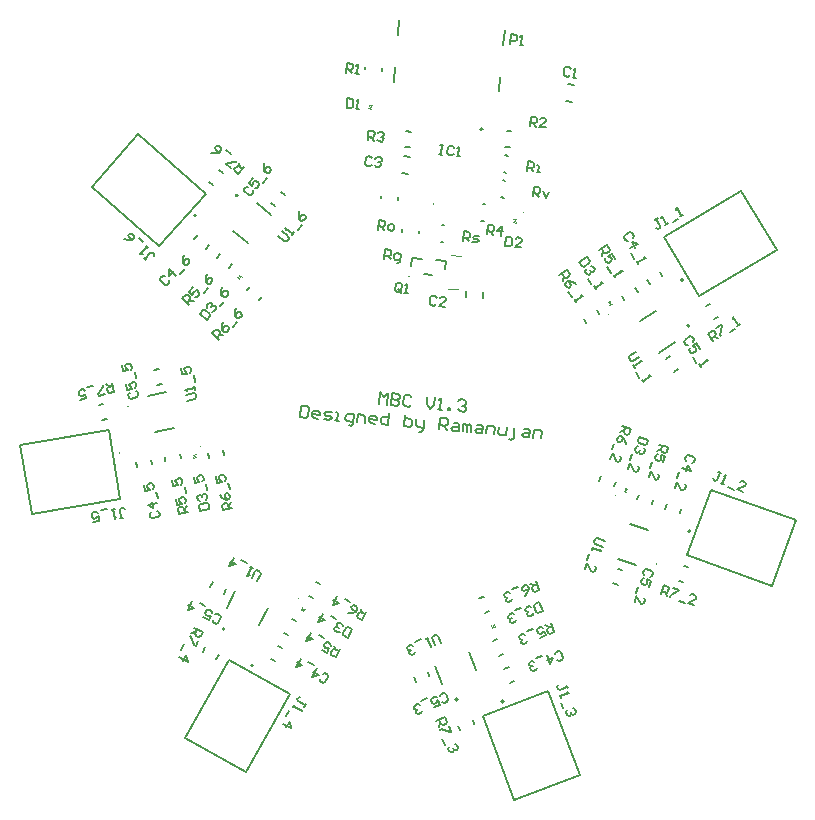
<source format=gto>
G04*
G04 #@! TF.GenerationSoftware,Altium Limited,Altium Designer,25.8.1 (18)*
G04*
G04 Layer_Color=65535*
%FSLAX44Y44*%
%MOMM*%
G71*
G04*
G04 #@! TF.SameCoordinates,47027A52-A871-4FAA-A7FE-F427427C3117*
G04*
G04*
G04 #@! TF.FilePolarity,Positive*
G04*
G01*
G75*
%ADD10C,0.2000*%
%ADD11C,0.1000*%
%ADD12C,0.1270*%
%ADD13C,0.1600*%
D10*
X1536858Y1221839D02*
G03*
X1536858Y1221839I-1000J0D01*
G01*
X1684243Y853653D02*
G03*
X1684243Y853653I915J-403D01*
G01*
X1712762Y881798D02*
G03*
X1712762Y881798I-1000J0D01*
G01*
X1294560Y1149083D02*
G03*
X1294560Y1149083I-1000J0D01*
G01*
X1229198Y948001D02*
G03*
X1229198Y948001I-168J986D01*
G01*
X1712170Y1055805D02*
G03*
X1712170Y1055805I-1000J0D01*
G01*
X1706837Y1094461D02*
G03*
X1706837Y1094461I-1000J0D01*
G01*
X1515778Y739275D02*
G03*
X1515778Y739275I-1000J0D01*
G01*
X1554762Y737566D02*
G03*
X1554762Y737566I-1000J0D01*
G01*
X1237063Y987343D02*
G03*
X1237063Y987343I926J-377D01*
G01*
X1329003Y1165021D02*
G03*
X1329003Y1165021I-270J963D01*
G01*
X1342641Y768007D02*
G03*
X1342641Y768007I-1000J0D01*
G01*
X1318660Y798791D02*
G03*
X1318660Y798791I-1000J0D01*
G01*
X1474561Y1097731D02*
G03*
X1474561Y1097731I-254J0D01*
G01*
X1554391Y1293697D02*
X1555507Y1306448D01*
X1465332Y1301489D02*
X1466448Y1314240D01*
X1550932Y1254148D02*
X1552021Y1266601D01*
X1461872Y1261940D02*
X1462961Y1274392D01*
X1449399Y989219D02*
X1450264Y999178D01*
X1453296Y995570D01*
X1456904Y998601D01*
X1456038Y988642D01*
X1460224Y998313D02*
X1459358Y988354D01*
X1464338Y987921D01*
X1466142Y989436D01*
X1466286Y991096D01*
X1464771Y992900D01*
X1459791Y993333D01*
X1464771Y992900D01*
X1466575Y994416D01*
X1466719Y996076D01*
X1465203Y997880D01*
X1460224Y998313D01*
X1476678Y995210D02*
X1475163Y997014D01*
X1471843Y997303D01*
X1470039Y995787D01*
X1469462Y989148D01*
X1470977Y987344D01*
X1474297Y987055D01*
X1476101Y988571D01*
X1490101Y995716D02*
X1489524Y989077D01*
X1492556Y985468D01*
X1496164Y988499D01*
X1496741Y995139D01*
X1499195Y984891D02*
X1502515Y984603D01*
X1500855Y984747D01*
X1501720Y994706D01*
X1499916Y993191D01*
X1507494Y984170D02*
X1507639Y985830D01*
X1509299Y985685D01*
X1509154Y984026D01*
X1507494Y984170D01*
X1516515Y991748D02*
X1518319Y993263D01*
X1521639Y992975D01*
X1523155Y991171D01*
X1523010Y989511D01*
X1521206Y987995D01*
X1519546Y988140D01*
X1521206Y987995D01*
X1522722Y986191D01*
X1522578Y984531D01*
X1520773Y983016D01*
X1517454Y983304D01*
X1515938Y985108D01*
X1383245Y988144D02*
X1382380Y978185D01*
X1387359Y977752D01*
X1389163Y979267D01*
X1389740Y985907D01*
X1388225Y987711D01*
X1383245Y988144D01*
X1397319Y976886D02*
X1393999Y977175D01*
X1392483Y978979D01*
X1392772Y982299D01*
X1394576Y983814D01*
X1397896Y983526D01*
X1399411Y981721D01*
X1399267Y980062D01*
X1392627Y980639D01*
X1402298Y976453D02*
X1407278Y976021D01*
X1409082Y977536D01*
X1407566Y979340D01*
X1404247Y979629D01*
X1402731Y981433D01*
X1404535Y982949D01*
X1409515Y982516D01*
X1412257Y975588D02*
X1415577Y975299D01*
X1413917Y975443D01*
X1414494Y982083D01*
X1412834Y982227D01*
X1423588Y971258D02*
X1425248Y971114D01*
X1427052Y972629D01*
X1427773Y980929D01*
X1422794Y981362D01*
X1420990Y979846D01*
X1420701Y976526D01*
X1422216Y974722D01*
X1427196Y974289D01*
X1430516Y974001D02*
X1431093Y980640D01*
X1436073Y980208D01*
X1437588Y978403D01*
X1437155Y973424D01*
X1445455Y972702D02*
X1442135Y972991D01*
X1440619Y974795D01*
X1440908Y978115D01*
X1442712Y979631D01*
X1446032Y979342D01*
X1447547Y977538D01*
X1447403Y975878D01*
X1440764Y976455D01*
X1457939Y981652D02*
X1457074Y971693D01*
X1452094Y972125D01*
X1450579Y973930D01*
X1450867Y977249D01*
X1452671Y978765D01*
X1457651Y978332D01*
X1471218Y980498D02*
X1470353Y970538D01*
X1475332Y970106D01*
X1477137Y971621D01*
X1477281Y973281D01*
X1477425Y974941D01*
X1475909Y976745D01*
X1470930Y977178D01*
X1480889Y976312D02*
X1480456Y971333D01*
X1481972Y969529D01*
X1486951Y969096D01*
X1486807Y967436D01*
X1485003Y965920D01*
X1483343Y966065D01*
X1486951Y969096D02*
X1487529Y975735D01*
X1500231Y967942D02*
X1501096Y977901D01*
X1506076Y977468D01*
X1507591Y975664D01*
X1507303Y972344D01*
X1505499Y970829D01*
X1500519Y971261D01*
X1503839Y970973D02*
X1506870Y967365D01*
X1512427Y973571D02*
X1515746Y973283D01*
X1517262Y971479D01*
X1516829Y966499D01*
X1511850Y966932D01*
X1510334Y968736D01*
X1512138Y970252D01*
X1517118Y969819D01*
X1520149Y966210D02*
X1520726Y972850D01*
X1522386Y972706D01*
X1523902Y970902D01*
X1523469Y965922D01*
X1523902Y970902D01*
X1525706Y972417D01*
X1527221Y970613D01*
X1526788Y965633D01*
X1532345Y971840D02*
X1535665Y971552D01*
X1537180Y969747D01*
X1536748Y964768D01*
X1531768Y965201D01*
X1530253Y967005D01*
X1532057Y968520D01*
X1537036Y968088D01*
X1540067Y964479D02*
X1540645Y971119D01*
X1545624Y970686D01*
X1547140Y968882D01*
X1546707Y963902D01*
X1550604Y970253D02*
X1550171Y965274D01*
X1551687Y963469D01*
X1556666Y963037D01*
X1557243Y969676D01*
X1559697Y959428D02*
X1561357Y959284D01*
X1563161Y960800D01*
X1563883Y969099D01*
X1572182Y968378D02*
X1575502Y968089D01*
X1577017Y966285D01*
X1576585Y961305D01*
X1571605Y961738D01*
X1570089Y963542D01*
X1571894Y965058D01*
X1576873Y964625D01*
X1579904Y961017D02*
X1580482Y967656D01*
X1585461Y967224D01*
X1586977Y965419D01*
X1586544Y960440D01*
D11*
X1649697Y911904D02*
G03*
X1649697Y911904I-254J0D01*
G01*
X1643392Y1065155D02*
G03*
X1643392Y1065155I-254J0D01*
G01*
X1536468Y804515D02*
G03*
X1536468Y804515I-254J0D01*
G01*
X1298333Y953723D02*
G03*
X1298333Y953723I-254J0D01*
G01*
X1340893Y1098352D02*
G03*
X1340893Y1098352I-254J0D01*
G01*
X1381477Y824781D02*
G03*
X1381477Y824781I-254J0D01*
G01*
X1571314Y1151386D02*
G03*
X1571314Y1151386I-254J0D01*
G01*
X1434944Y1234083D02*
G03*
X1434944Y1234083I-254J0D01*
G01*
X1495717Y1158868D02*
G03*
X1494721Y1158955I-498J44D01*
G01*
D02*
G03*
X1495717Y1158868I498J-44D01*
G01*
X1656250Y915896D02*
X1658635Y915020D01*
X1657648Y916015D02*
X1659599Y917642D01*
X1657215Y918518D02*
X1659599Y917642D01*
X1657215Y918518D02*
X1657648Y916015D01*
X1644342Y1072955D02*
X1646527Y1074249D01*
X1645103Y1076653D02*
X1645132Y1074113D01*
X1642918Y1075359D02*
X1645103Y1076653D01*
X1642918Y1075359D02*
X1645132Y1074113D01*
X1543670Y801927D02*
X1544550Y799545D01*
X1544668Y800942D02*
X1547171Y800513D01*
X1546290Y802896D02*
X1547171Y800513D01*
X1544668Y800942D02*
X1546290Y802896D01*
X1291639Y946461D02*
X1294144Y946882D01*
X1292101Y943706D02*
X1292990Y946086D01*
X1292101Y943706D02*
X1294606Y944126D01*
X1292990Y946086D02*
X1294606Y944126D01*
X1330944Y1098798D02*
X1332845Y1097113D01*
X1329091Y1096707D02*
X1331501Y1097511D01*
X1329091Y1096707D02*
X1330992Y1095023D01*
X1331501Y1097511D01*
X1383985Y816030D02*
X1386525Y816061D01*
X1385282Y813846D02*
X1386525Y816061D01*
X1383985Y816030D02*
X1385282Y813846D01*
X1382846Y815212D02*
X1384088Y817428D01*
X1564265Y1145218D02*
X1565355Y1142924D01*
X1562823Y1143127D02*
X1565355Y1142924D01*
X1562823Y1143127D02*
X1564265Y1145218D01*
X1563046Y1145912D02*
X1565578Y1145710D01*
X1440215Y1239719D02*
X1442745Y1239498D01*
X1441531Y1240200D02*
X1442989Y1242281D01*
X1440458Y1242503D02*
X1442989Y1242281D01*
X1440458Y1242503D02*
X1441531Y1240200D01*
X1507512Y1087157D02*
X1516478Y1086373D01*
X1509977Y1115329D02*
X1518943Y1114545D01*
D12*
X1661815Y887516D02*
X1676990Y882445D01*
X1651925Y857925D02*
X1667100Y852854D01*
X1702953Y839888D02*
X1706811Y838611D01*
X1707103Y852427D02*
X1710961Y851150D01*
X1648091Y919771D02*
X1649525Y923574D01*
X1635733Y924432D02*
X1637167Y928234D01*
X1680166Y904457D02*
X1681513Y908291D01*
X1667704Y908831D02*
X1669050Y912666D01*
X1710239Y861594D02*
X1730477Y917015D01*
X1801866Y890946D01*
X1710239Y861594D02*
X1781628Y835525D01*
X1801866Y890946D01*
X1647458Y837875D02*
X1651309Y836578D01*
X1651512Y849910D02*
X1655363Y848613D01*
X1703728Y896813D02*
X1705035Y900661D01*
X1691703Y900900D02*
X1693011Y904748D01*
X1206310Y1173371D02*
X1245338Y1217618D01*
X1302334Y1167345D01*
X1206310Y1173371D02*
X1263307Y1123098D01*
X1302334Y1167345D01*
X1145415Y954551D02*
X1155304Y896386D01*
X1145415Y954551D02*
X1220340Y967289D01*
X1155304Y896386D02*
X1230229Y909124D01*
X1220340Y967289D02*
X1230229Y909124D01*
X1669861Y1059347D02*
X1683377Y1067910D01*
X1686559Y1032991D02*
X1700074Y1041554D01*
X1732769Y1061164D02*
X1736195Y1063349D01*
X1725668Y1072301D02*
X1729094Y1074486D01*
X1633631Y1068987D02*
X1635860Y1065589D01*
X1622587Y1061743D02*
X1624816Y1058345D01*
X1666192Y1087739D02*
X1668315Y1084274D01*
X1654930Y1080839D02*
X1657053Y1077373D01*
X1690351Y1131212D02*
X1720541Y1080522D01*
X1690351Y1131212D02*
X1755647Y1170101D01*
X1720541Y1080522D02*
X1785837Y1119411D01*
X1755647Y1170101D02*
X1785837Y1119411D01*
X1699283Y1016865D02*
X1702721Y1019032D01*
X1692511Y1027609D02*
X1695950Y1029776D01*
X1686963Y1101159D02*
X1689121Y1097715D01*
X1676201Y1094416D02*
X1678358Y1090973D01*
X1525693Y779273D02*
X1531685Y764437D01*
X1496763Y767589D02*
X1502755Y752753D01*
X1516163Y717065D02*
X1517696Y713301D01*
X1528396Y722047D02*
X1529929Y718282D01*
X1538851Y812413D02*
X1542666Y813812D01*
X1534305Y824814D02*
X1538119Y826213D01*
X1550491Y776309D02*
X1554282Y777774D01*
X1545730Y788629D02*
X1549521Y790094D01*
X1537405Y725611D02*
X1592700Y746189D01*
X1619207Y674961D01*
X1537405Y725611D02*
X1563912Y654383D01*
X1619207Y674961D01*
X1478611Y757973D02*
X1480125Y754202D01*
X1490398Y762702D02*
X1491911Y758930D01*
X1559970Y753425D02*
X1563746Y754927D01*
X1555274Y765225D02*
X1559050Y766727D01*
X1259552Y965657D02*
X1275245Y968773D01*
X1253476Y996260D02*
X1269169Y999376D01*
X1211928Y988950D02*
X1215912Y989753D01*
X1214537Y976003D02*
X1218521Y976805D01*
X1304293Y947933D02*
X1305059Y943941D01*
X1317265Y950421D02*
X1318031Y946430D01*
X1267702Y944965D02*
X1268434Y940967D01*
X1280695Y947342D02*
X1281426Y943344D01*
X1259125Y1018222D02*
X1263114Y1019005D01*
X1261570Y1005760D02*
X1265557Y1006542D01*
X1243451Y939926D02*
X1244222Y935936D01*
X1255920Y942336D02*
X1256691Y938346D01*
X1325709Y1135820D02*
X1337996Y1125571D01*
X1345695Y1159779D02*
X1357980Y1149530D01*
X1313896Y1187502D02*
X1317024Y1184908D01*
X1305464Y1177335D02*
X1308592Y1174741D01*
X1337056Y1085572D02*
X1339655Y1088696D01*
X1347210Y1077124D02*
X1349809Y1080248D01*
X1312086Y1113394D02*
X1314736Y1116475D01*
X1322101Y1104782D02*
X1324751Y1107863D01*
X1366328Y1169188D02*
X1369443Y1166577D01*
X1358170Y1159454D02*
X1361285Y1156843D01*
X1292956Y1129065D02*
X1295575Y1132173D01*
X1302667Y1120881D02*
X1305286Y1123988D01*
X1284903Y706336D02*
X1336426Y677590D01*
X1284903Y706336D02*
X1321933Y772705D01*
X1336426Y677590D02*
X1373455Y743958D01*
X1321933Y772705D02*
X1373455Y743958D01*
X1317792Y828944D02*
X1319682Y832541D01*
X1306549Y834849D02*
X1308439Y838447D01*
X1363675Y784793D02*
X1367267Y782893D01*
X1357738Y773566D02*
X1361331Y771666D01*
X1375301Y807236D02*
X1378875Y805301D01*
X1369011Y795622D02*
X1372584Y793687D01*
X1311506Y773644D02*
X1313377Y777251D01*
X1299781Y779724D02*
X1301652Y783332D01*
X1320123Y816683D02*
X1327531Y830865D01*
X1347778Y802239D02*
X1355185Y816421D01*
X1395825Y838691D02*
X1399408Y836774D01*
X1389593Y827046D02*
X1393176Y825128D01*
X1468367Y1135392D02*
X1468541Y1137385D01*
X1482712Y1134137D02*
X1482887Y1136130D01*
X1502677Y1140893D02*
X1504670Y1140718D01*
X1501422Y1126547D02*
X1503415Y1126373D01*
X1487175Y1099115D02*
X1493754Y1098539D01*
X1477153Y1113042D02*
X1485421Y1112318D01*
X1497775Y1111237D02*
X1506042Y1110514D01*
X1505458Y1103839D02*
X1506042Y1110514D01*
X1476569Y1106367D02*
X1477153Y1113042D01*
X1537127Y1079146D02*
X1537570Y1084206D01*
X1522782Y1080401D02*
X1523224Y1085461D01*
X1554884Y1185514D02*
X1556874Y1185317D01*
X1556303Y1199844D02*
X1558294Y1199647D01*
X1556146Y1207412D02*
X1560195Y1207058D01*
X1557297Y1220570D02*
X1561346Y1220216D01*
X1608913Y1260213D02*
X1613965Y1259683D01*
X1607407Y1245893D02*
X1612459Y1245361D01*
X1535745Y1144539D02*
X1537736Y1144358D01*
X1537046Y1158880D02*
X1539038Y1158699D01*
X1450753Y1163534D02*
X1450928Y1165527D01*
X1465098Y1162280D02*
X1465273Y1164272D01*
X1468938Y1184830D02*
X1473999Y1184388D01*
X1470193Y1199176D02*
X1475254Y1198733D01*
X1471314Y1207305D02*
X1475363Y1206951D01*
X1472465Y1220462D02*
X1476514Y1220109D01*
X1552670Y1164404D02*
X1554658Y1164190D01*
X1554203Y1178722D02*
X1556191Y1178509D01*
X1451617Y1271631D02*
X1451791Y1273623D01*
X1437272Y1272885D02*
X1437446Y1274878D01*
D13*
X1363978Y1131577D02*
X1369100Y1127313D01*
X1370977Y1127484D01*
X1372683Y1129533D01*
X1372511Y1131410D01*
X1367390Y1135674D01*
X1375242Y1132606D02*
X1376947Y1134654D01*
X1376094Y1133630D01*
X1369949Y1138747D01*
X1370120Y1136870D01*
X1380530Y1136874D02*
X1383942Y1140971D01*
X1381889Y1153087D02*
X1381208Y1150186D01*
X1381550Y1146432D01*
X1383599Y1144726D01*
X1385476Y1144897D01*
X1387182Y1146946D01*
X1387011Y1148823D01*
X1385986Y1149676D01*
X1384109Y1149504D01*
X1381550Y1146432D01*
X1287041Y992223D02*
X1293577Y993526D01*
X1294623Y995094D01*
X1294102Y997708D01*
X1292534Y998755D01*
X1285998Y997451D01*
X1293320Y1001630D02*
X1292798Y1004244D01*
X1293059Y1002937D01*
X1285216Y1001373D01*
X1286784Y1000326D01*
X1293323Y1008426D02*
X1292280Y1013655D01*
X1281566Y1019673D02*
X1282609Y1014445D01*
X1286530Y1015227D01*
X1284702Y1017580D01*
X1284441Y1018887D01*
X1285488Y1020455D01*
X1288102Y1020977D01*
X1289670Y1019930D01*
X1290191Y1017316D01*
X1289145Y1015748D01*
X1346085Y839583D02*
X1349165Y845493D01*
X1348599Y847291D01*
X1346235Y848523D01*
X1344437Y847958D01*
X1341357Y842048D01*
X1342689Y850372D02*
X1340325Y851604D01*
X1341507Y850988D01*
X1337811Y843896D01*
X1339609Y844462D01*
X1337395Y854634D02*
X1332667Y857098D01*
X1326141Y858996D02*
X1322445Y851904D01*
X1327839Y853602D01*
X1323111Y856066D01*
X1501494Y787047D02*
X1498993Y793224D01*
X1497257Y793959D01*
X1494786Y792959D01*
X1494051Y791223D01*
X1496552Y785046D01*
X1491080Y791458D02*
X1488609Y790458D01*
X1489844Y790958D01*
X1492845Y783545D01*
X1493581Y785281D01*
X1484402Y790192D02*
X1479460Y788192D01*
X1479991Y779778D02*
X1479255Y778043D01*
X1476784Y777042D01*
X1475049Y777777D01*
X1474548Y779013D01*
X1475284Y780749D01*
X1476519Y781249D01*
X1475284Y780749D01*
X1473548Y781484D01*
X1473048Y782719D01*
X1473783Y784455D01*
X1476254Y785455D01*
X1477990Y784720D01*
X1640148Y873596D02*
X1633826Y875703D01*
X1632140Y874860D01*
X1631297Y872331D01*
X1632140Y870645D01*
X1638463Y868538D01*
X1630033Y868537D02*
X1629190Y866008D01*
X1629611Y867272D01*
X1637199Y864744D01*
X1636355Y866430D01*
X1626661Y862636D02*
X1624976Y857578D01*
X1623712Y849569D02*
X1625397Y854627D01*
X1628770Y847883D01*
X1630034Y847462D01*
X1631720Y848305D01*
X1632563Y850834D01*
X1631720Y852520D01*
X1666913Y1033525D02*
X1661286Y1029954D01*
X1660875Y1028114D01*
X1662304Y1025863D01*
X1664144Y1025452D01*
X1669770Y1029024D01*
X1664447Y1022487D02*
X1665876Y1020237D01*
X1665161Y1021362D01*
X1671913Y1025648D01*
X1670073Y1026059D01*
X1666893Y1016147D02*
X1669751Y1011645D01*
X1672305Y1010109D02*
X1673733Y1007858D01*
X1673019Y1008984D01*
X1679771Y1013270D01*
X1677931Y1013681D01*
X1335088Y1190091D02*
X1330054Y1183877D01*
X1326947Y1186394D01*
X1326750Y1188269D01*
X1328428Y1190340D01*
X1330303Y1190537D01*
X1333410Y1188019D01*
X1331338Y1189698D02*
X1330945Y1193447D01*
X1323839Y1188911D02*
X1319697Y1192267D01*
X1320536Y1193303D01*
X1328035Y1194089D01*
X1328873Y1195125D01*
X1323498Y1201195D02*
X1319355Y1204551D01*
X1307268Y1202335D02*
X1310179Y1201693D01*
X1313928Y1202086D01*
X1315606Y1204157D01*
X1315409Y1206032D01*
X1313338Y1207710D01*
X1311463Y1207514D01*
X1310624Y1206478D01*
X1310821Y1204603D01*
X1313928Y1202086D01*
X1223233Y1007060D02*
X1224903Y999239D01*
X1220992Y998404D01*
X1219410Y999430D01*
X1218854Y1002037D01*
X1219879Y1003619D01*
X1223789Y1004454D01*
X1221182Y1003897D02*
X1218019Y1005947D01*
X1217082Y997570D02*
X1211867Y996456D01*
X1211589Y997760D01*
X1215690Y1004087D01*
X1215412Y1005391D01*
X1207312Y1005025D02*
X1202098Y1003911D01*
X1196225Y993117D02*
X1201439Y994230D01*
X1200604Y998141D01*
X1198276Y996281D01*
X1196972Y996002D01*
X1195390Y997028D01*
X1194834Y999634D01*
X1195859Y1001216D01*
X1198466Y1001773D01*
X1200048Y1000748D01*
X1292753Y799884D02*
X1299894Y796284D01*
X1298094Y792713D01*
X1296304Y792123D01*
X1293924Y793323D01*
X1293333Y795113D01*
X1295134Y798684D01*
X1293934Y796303D02*
X1290353Y795123D01*
X1296294Y789143D02*
X1293894Y784382D01*
X1292704Y784982D01*
X1290343Y792143D01*
X1289153Y792743D01*
X1284362Y786202D02*
X1281962Y781441D01*
X1280152Y774890D02*
X1287293Y771290D01*
X1285523Y776660D01*
X1283123Y771900D01*
X1497793Y721025D02*
X1505165Y724126D01*
X1506716Y720440D01*
X1506004Y718695D01*
X1503547Y717661D01*
X1501801Y718373D01*
X1500251Y722058D01*
X1501284Y719601D02*
X1499861Y716110D01*
X1508266Y716754D02*
X1510334Y711840D01*
X1509105Y711323D01*
X1502123Y714170D01*
X1500894Y713653D01*
X1502767Y705765D02*
X1504834Y700850D01*
X1513240Y701494D02*
X1514985Y700782D01*
X1516019Y698325D01*
X1515307Y696580D01*
X1514078Y696063D01*
X1512333Y696774D01*
X1511816Y698003D01*
X1512333Y696774D01*
X1511621Y695029D01*
X1510393Y694512D01*
X1508647Y695224D01*
X1507613Y697681D01*
X1508325Y699427D01*
X1688016Y828484D02*
X1690442Y836105D01*
X1694252Y834892D01*
X1695118Y833218D01*
X1694309Y830677D01*
X1692635Y829812D01*
X1688824Y831024D01*
X1691365Y830216D02*
X1693096Y826867D01*
X1698062Y833679D02*
X1703143Y832062D01*
X1702738Y830792D01*
X1696041Y827329D01*
X1695636Y826058D01*
X1702853Y822363D02*
X1707933Y820745D01*
X1715958Y819589D02*
X1710878Y821207D01*
X1717575Y824670D01*
X1717980Y825940D01*
X1717114Y827614D01*
X1714574Y828423D01*
X1712899Y827557D01*
X1732178Y1042381D02*
X1727801Y1049075D01*
X1731148Y1051263D01*
X1732993Y1050877D01*
X1734452Y1048646D01*
X1734066Y1046801D01*
X1730719Y1044613D01*
X1732950Y1046071D02*
X1736640Y1045299D01*
X1734495Y1053452D02*
X1738957Y1056369D01*
X1739687Y1055254D01*
X1738142Y1047874D01*
X1738872Y1046758D01*
X1746295Y1050019D02*
X1750757Y1052937D01*
X1752259Y1055511D02*
X1754490Y1056970D01*
X1753374Y1056241D01*
X1748998Y1062934D01*
X1748611Y1061089D01*
X1313805Y1043832D02*
X1307948Y1049278D01*
X1310672Y1052206D01*
X1312555Y1052275D01*
X1314507Y1050460D01*
X1314576Y1048576D01*
X1311853Y1045647D01*
X1313668Y1047600D02*
X1317436Y1047737D01*
X1317025Y1059039D02*
X1316186Y1056179D01*
X1316323Y1052412D01*
X1318275Y1050596D01*
X1320159Y1050665D01*
X1321974Y1052617D01*
X1321906Y1054501D01*
X1320930Y1055408D01*
X1319046Y1055340D01*
X1316323Y1052412D01*
X1325673Y1054638D02*
X1329304Y1058542D01*
X1327917Y1070752D02*
X1327078Y1067893D01*
X1327215Y1064125D01*
X1329167Y1062310D01*
X1331051Y1062378D01*
X1332866Y1064330D01*
X1332798Y1066214D01*
X1331821Y1067122D01*
X1329938Y1067053D01*
X1327215Y1064125D01*
X1325145Y901248D02*
X1317344Y899490D01*
X1316464Y903391D01*
X1317471Y904984D01*
X1320072Y905570D01*
X1321665Y904563D01*
X1322545Y900662D01*
X1321959Y903263D02*
X1323973Y906450D01*
X1314413Y912492D02*
X1316299Y910185D01*
X1319486Y908171D01*
X1322086Y908757D01*
X1323094Y910350D01*
X1322507Y912951D01*
X1320914Y913958D01*
X1319613Y913665D01*
X1318606Y912072D01*
X1319486Y908171D01*
X1322928Y917145D02*
X1321756Y922346D01*
X1310895Y928096D02*
X1312067Y922895D01*
X1315968Y923774D01*
X1314082Y926081D01*
X1313788Y927382D01*
X1314796Y928975D01*
X1317396Y929561D01*
X1318990Y928554D01*
X1319576Y925954D01*
X1318569Y924360D01*
X1438559Y813605D02*
X1434890Y806499D01*
X1431337Y808334D01*
X1430764Y810129D01*
X1431987Y812498D01*
X1433783Y813071D01*
X1437336Y811236D01*
X1434967Y812459D02*
X1433822Y816051D01*
X1423046Y812614D02*
X1426027Y812576D01*
X1429618Y813721D01*
X1430841Y816090D01*
X1430269Y817886D01*
X1427900Y819109D01*
X1426104Y818536D01*
X1425493Y817352D01*
X1426065Y815556D01*
X1429618Y813721D01*
X1424958Y822128D02*
X1420221Y824574D01*
X1413688Y826447D02*
X1410019Y819341D01*
X1415406Y821060D01*
X1410669Y823506D01*
X1582113Y839214D02*
X1584977Y831747D01*
X1581243Y830315D01*
X1579521Y831082D01*
X1578567Y833571D01*
X1579334Y835293D01*
X1583068Y836725D01*
X1580579Y835770D02*
X1577135Y837305D01*
X1572531Y826974D02*
X1574543Y829173D01*
X1576078Y832617D01*
X1575123Y835106D01*
X1573402Y835873D01*
X1570913Y834919D01*
X1570145Y833197D01*
X1570622Y831953D01*
X1572344Y831185D01*
X1576078Y832617D01*
X1566702Y834732D02*
X1561723Y832823D01*
X1562098Y824401D02*
X1561330Y822680D01*
X1558841Y821725D01*
X1557119Y822492D01*
X1556642Y823737D01*
X1557410Y825459D01*
X1558654Y825936D01*
X1557410Y825459D01*
X1555688Y826226D01*
X1555211Y827471D01*
X1555978Y829192D01*
X1558467Y830147D01*
X1560189Y829379D01*
X1655133Y970568D02*
X1662657Y967857D01*
X1661301Y964095D01*
X1659595Y963293D01*
X1657087Y964196D01*
X1656285Y965902D01*
X1657641Y969664D01*
X1656737Y967156D02*
X1653325Y965552D01*
X1658137Y955317D02*
X1657787Y958277D01*
X1656183Y961689D01*
X1653675Y962592D01*
X1651969Y961790D01*
X1651066Y959282D01*
X1651868Y957577D01*
X1653122Y957125D01*
X1654827Y957927D01*
X1656183Y961689D01*
X1648456Y955972D02*
X1646648Y950957D01*
X1645191Y942981D02*
X1646998Y947997D01*
X1650207Y941173D01*
X1651461Y940721D01*
X1653166Y941523D01*
X1654070Y944031D01*
X1653268Y945737D01*
X1602005Y1098375D02*
X1608779Y1102625D01*
X1610904Y1099238D01*
X1610484Y1097401D01*
X1608226Y1095984D01*
X1606388Y1096405D01*
X1604263Y1099792D01*
X1605680Y1097534D02*
X1604838Y1093859D01*
X1615863Y1091335D02*
X1613317Y1092884D01*
X1609642Y1093726D01*
X1607384Y1092309D01*
X1606963Y1090472D01*
X1608380Y1088213D01*
X1610217Y1087793D01*
X1611347Y1088501D01*
X1611767Y1090339D01*
X1609642Y1093726D01*
X1609376Y1084118D02*
X1612209Y1079601D01*
X1614755Y1078052D02*
X1616172Y1075793D01*
X1615464Y1076923D01*
X1622238Y1081173D01*
X1620401Y1081593D01*
X1288507Y1073204D02*
X1282801Y1078808D01*
X1285603Y1081661D01*
X1287488Y1081678D01*
X1289390Y1079810D01*
X1289407Y1077925D01*
X1286605Y1075072D01*
X1288473Y1076974D02*
X1292243Y1077008D01*
X1292141Y1088317D02*
X1288405Y1084513D01*
X1291258Y1081712D01*
X1292175Y1084548D01*
X1293109Y1085499D01*
X1294993Y1085516D01*
X1296895Y1083648D01*
X1296913Y1081763D01*
X1295045Y1079861D01*
X1293160Y1079844D01*
X1300665Y1083682D02*
X1304401Y1087486D01*
X1303348Y1099730D02*
X1302431Y1096894D01*
X1302465Y1093124D01*
X1304367Y1091256D01*
X1306252Y1091273D01*
X1308120Y1093175D01*
X1308103Y1095060D01*
X1307152Y1095994D01*
X1305267Y1095977D01*
X1302465Y1093124D01*
X1287649Y897936D02*
X1279815Y896331D01*
X1279012Y900248D01*
X1280050Y901822D01*
X1282662Y902357D01*
X1284235Y901319D01*
X1285038Y897401D01*
X1284503Y900013D02*
X1286579Y903159D01*
X1277139Y909389D02*
X1278209Y904165D01*
X1282126Y904968D01*
X1280286Y907312D01*
X1280018Y908618D01*
X1281056Y910191D01*
X1283668Y910726D01*
X1285241Y909688D01*
X1285776Y907077D01*
X1284738Y905503D01*
X1285744Y913873D02*
X1284674Y919096D01*
X1273928Y925058D02*
X1274998Y919835D01*
X1278915Y920637D01*
X1277075Y922981D01*
X1276807Y924287D01*
X1277845Y925861D01*
X1280457Y926396D01*
X1282030Y925358D01*
X1282565Y922746D01*
X1281527Y921173D01*
X1416202Y782221D02*
X1412419Y775174D01*
X1408896Y777065D01*
X1408352Y778870D01*
X1409613Y781219D01*
X1411418Y781763D01*
X1414941Y779872D01*
X1412592Y781133D02*
X1411504Y784742D01*
X1400675Y781478D02*
X1405373Y778957D01*
X1407264Y782480D01*
X1404285Y782566D01*
X1403111Y783196D01*
X1402567Y785001D01*
X1403827Y787350D01*
X1405632Y787894D01*
X1407981Y786633D01*
X1408525Y784828D01*
X1402739Y790960D02*
X1398042Y793481D01*
X1391539Y795459D02*
X1387757Y788412D01*
X1393171Y790044D01*
X1388474Y792566D01*
X1594738Y803896D02*
X1597649Y796447D01*
X1593925Y794992D01*
X1592198Y795748D01*
X1591228Y798231D01*
X1591984Y799958D01*
X1595708Y801413D01*
X1593225Y800443D02*
X1589772Y801955D01*
X1585234Y791596D02*
X1590200Y793536D01*
X1588745Y797261D01*
X1586747Y795049D01*
X1585505Y794564D01*
X1583779Y795320D01*
X1582808Y797803D01*
X1583565Y799529D01*
X1586048Y800500D01*
X1587774Y799743D01*
X1579355Y799315D02*
X1574389Y797375D01*
X1574817Y788956D02*
X1574061Y787229D01*
X1571578Y786259D01*
X1569851Y787015D01*
X1569366Y788257D01*
X1570123Y789983D01*
X1571364Y790468D01*
X1570123Y789983D01*
X1568396Y790740D01*
X1567911Y791981D01*
X1568667Y793708D01*
X1571150Y794678D01*
X1572877Y793922D01*
X1686555Y955092D02*
X1694155Y952604D01*
X1692911Y948803D01*
X1691230Y947951D01*
X1688696Y948781D01*
X1687844Y950462D01*
X1689088Y954262D01*
X1688259Y951729D02*
X1684896Y950025D01*
X1690008Y939936D02*
X1691667Y945003D01*
X1687867Y946247D01*
X1688304Y943299D01*
X1687889Y942032D01*
X1686208Y941180D01*
X1683674Y942010D01*
X1682822Y943691D01*
X1683652Y946225D01*
X1685333Y947077D01*
X1680311Y940306D02*
X1678652Y935239D01*
X1677431Y927224D02*
X1679090Y932291D01*
X1682498Y925565D01*
X1683765Y925150D01*
X1685446Y926002D01*
X1686275Y928536D01*
X1685424Y930217D01*
X1635577Y1119547D02*
X1642453Y1123631D01*
X1644495Y1120193D01*
X1644030Y1118367D01*
X1641738Y1117005D01*
X1639911Y1117471D01*
X1637869Y1120909D01*
X1639230Y1118617D02*
X1638300Y1114963D01*
X1649260Y1112171D02*
X1646537Y1116755D01*
X1643099Y1114713D01*
X1645606Y1113102D01*
X1646287Y1111956D01*
X1645822Y1110129D01*
X1643530Y1108768D01*
X1641703Y1109233D01*
X1640342Y1111525D01*
X1640807Y1113352D01*
X1642599Y1105115D02*
X1645322Y1100531D01*
X1647829Y1098919D02*
X1649191Y1096627D01*
X1648510Y1097773D01*
X1655386Y1101858D01*
X1653559Y1102323D01*
X1250222Y1113394D02*
X1252188Y1111594D01*
X1251205Y1112494D01*
X1255705Y1117409D01*
X1257589Y1117492D01*
X1258572Y1116592D01*
X1258654Y1114709D01*
X1253657Y1121093D02*
X1251691Y1122893D01*
X1252674Y1121993D01*
X1247272Y1116095D01*
X1249156Y1116178D01*
X1249642Y1126577D02*
X1245710Y1130178D01*
X1233510Y1128697D02*
X1236376Y1127880D01*
X1240143Y1128046D01*
X1241943Y1130012D01*
X1241860Y1131895D01*
X1239894Y1133695D01*
X1238011Y1133613D01*
X1237111Y1132629D01*
X1237194Y1130746D01*
X1240143Y1128046D01*
X1229552Y892848D02*
X1232188Y893245D01*
X1230870Y893046D01*
X1229876Y899636D01*
X1230995Y901153D01*
X1232313Y901352D01*
X1233830Y900233D01*
X1225723Y900358D02*
X1223087Y899960D01*
X1224405Y900159D01*
X1225599Y892251D01*
X1226718Y893768D01*
X1218934Y900681D02*
X1213662Y899886D01*
X1207147Y889467D02*
X1212419Y890262D01*
X1211822Y894216D01*
X1209385Y892500D01*
X1208067Y892301D01*
X1206550Y893421D01*
X1206152Y896057D01*
X1207271Y897573D01*
X1209907Y897971D01*
X1211424Y896852D01*
X1385715Y733231D02*
X1387057Y735535D01*
X1386386Y734383D01*
X1380628Y737738D01*
X1380147Y739561D01*
X1380818Y740712D01*
X1382641Y741193D01*
X1377463Y734954D02*
X1376121Y732651D01*
X1376792Y733802D01*
X1383702Y729776D01*
X1383221Y731599D01*
X1372956Y729866D02*
X1370272Y725260D01*
X1368069Y718830D02*
X1374979Y714804D01*
X1373537Y720272D01*
X1370853Y715666D01*
X1608816Y748564D02*
X1607933Y751079D01*
X1608375Y749822D01*
X1602087Y747614D01*
X1600387Y748430D01*
X1599946Y749688D01*
X1600762Y751387D01*
X1602153Y743400D02*
X1603036Y740884D01*
X1602595Y742142D01*
X1610141Y744791D01*
X1608442Y745607D01*
X1603103Y736670D02*
X1604870Y731639D01*
X1613298Y731773D02*
X1614998Y730957D01*
X1615881Y728441D01*
X1615065Y726742D01*
X1613807Y726301D01*
X1612108Y727117D01*
X1611666Y728375D01*
X1612108Y727117D01*
X1611292Y725418D01*
X1610034Y724976D01*
X1608335Y725792D01*
X1607452Y728308D01*
X1608268Y730007D01*
X1739131Y930816D02*
X1736644Y931777D01*
X1737887Y931297D01*
X1735485Y925080D01*
X1733761Y924317D01*
X1732518Y924798D01*
X1731755Y926522D01*
X1738734Y922395D02*
X1741221Y921434D01*
X1739978Y921915D01*
X1742861Y929375D01*
X1741137Y928612D01*
X1744471Y918750D02*
X1749444Y916828D01*
X1757384Y915189D02*
X1752411Y917110D01*
X1759306Y920162D01*
X1759786Y921405D01*
X1759023Y923129D01*
X1756537Y924090D01*
X1754813Y923327D01*
X1685115Y1146639D02*
X1682799Y1145317D01*
X1683957Y1145978D01*
X1687260Y1140190D01*
X1686763Y1138371D01*
X1685605Y1137711D01*
X1683787Y1138208D01*
X1691394Y1141014D02*
X1693709Y1142335D01*
X1692551Y1141674D01*
X1688588Y1148620D01*
X1688091Y1146802D01*
X1697843Y1143159D02*
X1702473Y1145801D01*
X1704128Y1148280D02*
X1706444Y1149601D01*
X1705286Y1148941D01*
X1701323Y1155887D01*
X1700826Y1154068D01*
X1297308Y1065848D02*
X1303423Y1060694D01*
X1306000Y1063752D01*
X1305840Y1065630D01*
X1301763Y1069066D01*
X1299885Y1068906D01*
X1297308Y1065848D01*
X1303481Y1071104D02*
X1303321Y1072982D01*
X1305039Y1075021D01*
X1306917Y1075181D01*
X1307936Y1074322D01*
X1308096Y1072444D01*
X1307238Y1071425D01*
X1308096Y1072444D01*
X1309975Y1072604D01*
X1310994Y1071745D01*
X1311154Y1069867D01*
X1309436Y1067829D01*
X1307558Y1067668D01*
X1314750Y1072066D02*
X1318186Y1076143D01*
X1316205Y1088271D02*
X1315507Y1085373D01*
X1315827Y1081617D01*
X1317866Y1079899D01*
X1319744Y1080059D01*
X1321462Y1082098D01*
X1321302Y1083976D01*
X1320282Y1084835D01*
X1318404Y1084675D01*
X1315827Y1081617D01*
X1297781Y899052D02*
X1305633Y900569D01*
X1304874Y904495D01*
X1303313Y905551D01*
X1298078Y904539D01*
X1297022Y902978D01*
X1297781Y899052D01*
X1297572Y907157D02*
X1296011Y908212D01*
X1295505Y910830D01*
X1296561Y912391D01*
X1297869Y912644D01*
X1299431Y911588D01*
X1299684Y910280D01*
X1299431Y911588D01*
X1300487Y913150D01*
X1301795Y913403D01*
X1303357Y912347D01*
X1303863Y909730D01*
X1302807Y908168D01*
X1303907Y916526D02*
X1302895Y921761D01*
X1292217Y927843D02*
X1293228Y922608D01*
X1297155Y923367D01*
X1295340Y925731D01*
X1295087Y927040D01*
X1296143Y928601D01*
X1298760Y929107D01*
X1300322Y928051D01*
X1300828Y925434D01*
X1299772Y923872D01*
X1422691Y791642D02*
X1426429Y798712D01*
X1422894Y800581D01*
X1421093Y800026D01*
X1418601Y795313D01*
X1419156Y793511D01*
X1422691Y791642D01*
X1416244Y796559D02*
X1414443Y796004D01*
X1412086Y797250D01*
X1411531Y799051D01*
X1412154Y800229D01*
X1413955Y800785D01*
X1415134Y800162D01*
X1413955Y800785D01*
X1413400Y802586D01*
X1414023Y803764D01*
X1415824Y804320D01*
X1418181Y803074D01*
X1418736Y801272D01*
X1412913Y807367D02*
X1408199Y809859D01*
X1401685Y811796D02*
X1397946Y804726D01*
X1403351Y806392D01*
X1398637Y808885D01*
X1587946Y814035D02*
X1584989Y821466D01*
X1581274Y819987D01*
X1580528Y818256D01*
X1582500Y813302D01*
X1584231Y812557D01*
X1587946Y814035D01*
X1580023Y812316D02*
X1579277Y810585D01*
X1576800Y809599D01*
X1575069Y810345D01*
X1574576Y811583D01*
X1575322Y813315D01*
X1576560Y813807D01*
X1575322Y813315D01*
X1573591Y814060D01*
X1573098Y815298D01*
X1573843Y817030D01*
X1576320Y818016D01*
X1578051Y817270D01*
X1569635Y816789D02*
X1564681Y814818D01*
X1565162Y806402D02*
X1564416Y804670D01*
X1561939Y803685D01*
X1560208Y804430D01*
X1559715Y805668D01*
X1560461Y807400D01*
X1561699Y807893D01*
X1560461Y807400D01*
X1558729Y808145D01*
X1558237Y809384D01*
X1558982Y811115D01*
X1561459Y812101D01*
X1563190Y811355D01*
X1677233Y959214D02*
X1669661Y961788D01*
X1668374Y958002D01*
X1669207Y956311D01*
X1674255Y954595D01*
X1675946Y955428D01*
X1677233Y959214D01*
X1673398Y952071D02*
X1674231Y950380D01*
X1673373Y947856D01*
X1671682Y947023D01*
X1670420Y947452D01*
X1669587Y949143D01*
X1670016Y950405D01*
X1669587Y949143D01*
X1667896Y948310D01*
X1666634Y948739D01*
X1665801Y950430D01*
X1666659Y952953D01*
X1668349Y953787D01*
X1663252Y947072D02*
X1661536Y942024D01*
X1660225Y934023D02*
X1661941Y939072D01*
X1665273Y932308D01*
X1666535Y931879D01*
X1668226Y932712D01*
X1669084Y935236D01*
X1668251Y936927D01*
X1625639Y1113691D02*
X1618862Y1109446D01*
X1620985Y1106057D01*
X1622822Y1105635D01*
X1627340Y1108466D01*
X1627762Y1110303D01*
X1625639Y1113691D01*
X1628755Y1106207D02*
X1630593Y1105785D01*
X1632008Y1103526D01*
X1631586Y1101688D01*
X1630457Y1100981D01*
X1628619Y1101403D01*
X1627912Y1102532D01*
X1628619Y1101403D01*
X1628197Y1099566D01*
X1627068Y1098858D01*
X1625231Y1099280D01*
X1623815Y1101539D01*
X1624237Y1103376D01*
X1626224Y1095183D02*
X1629055Y1090665D01*
X1631599Y1089114D02*
X1633015Y1086855D01*
X1632307Y1087984D01*
X1639084Y1092230D01*
X1637247Y1092652D01*
X1338251Y1173523D02*
X1336379Y1173303D01*
X1334728Y1171209D01*
X1334949Y1169337D01*
X1339135Y1166036D01*
X1341007Y1166256D01*
X1342658Y1168350D01*
X1342437Y1170221D01*
X1342157Y1180628D02*
X1338855Y1176442D01*
X1341995Y1173966D01*
X1342599Y1176884D01*
X1343425Y1177931D01*
X1345297Y1178151D01*
X1347390Y1176500D01*
X1347611Y1174629D01*
X1345960Y1172535D01*
X1344088Y1172315D01*
X1351134Y1176943D02*
X1354436Y1181128D01*
X1352063Y1193186D02*
X1351459Y1190267D01*
X1351901Y1186524D01*
X1353994Y1184873D01*
X1355866Y1185094D01*
X1357517Y1187187D01*
X1357296Y1189059D01*
X1356249Y1189884D01*
X1354377Y1189663D01*
X1351901Y1186524D01*
X1238107Y999109D02*
X1237103Y997514D01*
X1237693Y994914D01*
X1239288Y993910D01*
X1244487Y995090D01*
X1245492Y996685D01*
X1244902Y999285D01*
X1243307Y1000289D01*
X1235036Y1006612D02*
X1236217Y1001413D01*
X1240117Y1002299D01*
X1238226Y1004603D01*
X1237931Y1005903D01*
X1238936Y1007498D01*
X1241535Y1008088D01*
X1243130Y1007084D01*
X1243721Y1004484D01*
X1242716Y1002889D01*
X1243545Y1011278D02*
X1242364Y1016478D01*
X1231494Y1022210D02*
X1232675Y1017011D01*
X1236574Y1017896D01*
X1234684Y1020201D01*
X1234389Y1021501D01*
X1235394Y1023096D01*
X1237993Y1023686D01*
X1239588Y1022681D01*
X1240179Y1020082D01*
X1239174Y1018487D01*
X1308272Y806492D02*
X1308885Y804709D01*
X1311281Y803540D01*
X1313063Y804154D01*
X1315402Y808945D01*
X1314788Y810727D01*
X1312392Y811897D01*
X1310610Y811283D01*
X1300500Y808801D02*
X1305291Y806463D01*
X1307045Y810057D01*
X1304065Y810028D01*
X1302867Y810612D01*
X1302254Y812395D01*
X1303423Y814791D01*
X1305205Y815404D01*
X1307601Y814235D01*
X1308214Y812452D01*
X1302196Y818356D02*
X1297405Y820694D01*
X1290831Y822419D02*
X1287323Y815232D01*
X1292671Y817072D01*
X1287879Y819410D01*
X1502827Y737123D02*
X1504582Y736434D01*
X1507025Y737499D01*
X1507715Y739254D01*
X1505583Y744141D01*
X1503829Y744830D01*
X1501385Y743765D01*
X1500696Y742010D01*
X1496029Y732705D02*
X1500916Y734836D01*
X1499318Y738501D01*
X1497407Y736214D01*
X1496185Y735681D01*
X1494431Y736370D01*
X1493365Y738814D01*
X1494055Y740568D01*
X1496498Y741634D01*
X1498253Y740945D01*
X1489856Y740192D02*
X1484969Y738061D01*
X1485722Y729665D02*
X1485033Y727910D01*
X1482589Y726844D01*
X1480835Y727533D01*
X1480302Y728755D01*
X1480991Y730510D01*
X1482213Y731043D01*
X1480991Y730510D01*
X1479236Y731199D01*
X1478704Y732421D01*
X1479393Y734175D01*
X1481836Y735241D01*
X1483591Y734552D01*
X1679038Y842763D02*
X1680701Y843650D01*
X1681476Y846200D01*
X1680589Y847863D01*
X1675488Y849415D01*
X1673825Y848527D01*
X1673049Y845977D01*
X1673937Y844314D01*
X1677986Y834723D02*
X1679537Y839824D01*
X1675712Y840988D01*
X1676211Y838049D01*
X1675823Y836774D01*
X1674160Y835887D01*
X1671610Y836662D01*
X1670722Y838325D01*
X1671498Y840876D01*
X1673161Y841763D01*
X1668284Y834887D02*
X1666732Y829786D01*
X1665681Y821747D02*
X1667232Y826848D01*
X1670782Y820196D01*
X1672057Y819808D01*
X1673720Y820696D01*
X1674496Y823246D01*
X1673608Y824909D01*
X1715399Y1042252D02*
X1715761Y1044101D01*
X1714273Y1046314D01*
X1712424Y1046676D01*
X1707999Y1043700D01*
X1707637Y1041850D01*
X1709125Y1039638D01*
X1710975Y1039276D01*
X1720968Y1036359D02*
X1717993Y1040783D01*
X1714675Y1038552D01*
X1717268Y1037084D01*
X1718012Y1035978D01*
X1717650Y1034128D01*
X1715438Y1032640D01*
X1713588Y1033002D01*
X1712100Y1035214D01*
X1712463Y1037064D01*
X1714714Y1028940D02*
X1717689Y1024516D01*
X1720283Y1023048D02*
X1721770Y1020836D01*
X1721027Y1021942D01*
X1727663Y1026405D01*
X1725813Y1026767D01*
X1267863Y1097898D02*
X1265978Y1097914D01*
X1264077Y1096045D01*
X1264061Y1094160D01*
X1267799Y1090358D01*
X1269684Y1090342D01*
X1271585Y1092211D01*
X1271601Y1094096D01*
X1277287Y1097819D02*
X1271680Y1103521D01*
X1271633Y1097866D01*
X1275434Y1101605D01*
X1281073Y1099672D02*
X1284875Y1103410D01*
X1284035Y1115670D02*
X1283069Y1112851D01*
X1283037Y1109081D01*
X1284906Y1107180D01*
X1286791Y1107164D01*
X1288692Y1109033D01*
X1288708Y1110918D01*
X1287773Y1111869D01*
X1285888Y1111885D01*
X1283037Y1109081D01*
X1256062Y897881D02*
X1255023Y896308D01*
X1255559Y893696D01*
X1257132Y892658D01*
X1262355Y893728D01*
X1263393Y895301D01*
X1262858Y897913D01*
X1261285Y898951D01*
X1261253Y905748D02*
X1253418Y904142D01*
X1258138Y901028D01*
X1257068Y906251D01*
X1261756Y909932D02*
X1260685Y915155D01*
X1249940Y921117D02*
X1251010Y915894D01*
X1254927Y916697D01*
X1253086Y919041D01*
X1252819Y920347D01*
X1253857Y921920D01*
X1256468Y922455D01*
X1258042Y921417D01*
X1258577Y918805D01*
X1257539Y917232D01*
X1399101Y756390D02*
X1399582Y754568D01*
X1401885Y753226D01*
X1403708Y753706D01*
X1406392Y758313D01*
X1405911Y760136D01*
X1403608Y761478D01*
X1401785Y760997D01*
X1396698Y765504D02*
X1392672Y758594D01*
X1398140Y760036D01*
X1393533Y762720D01*
X1393914Y768669D02*
X1389307Y771353D01*
X1382878Y773556D02*
X1378851Y766646D01*
X1384320Y768088D01*
X1379713Y770772D01*
X1600233Y772454D02*
X1601932Y771638D01*
X1604447Y772521D01*
X1605264Y774220D01*
X1603497Y779251D01*
X1601798Y780067D01*
X1599283Y779184D01*
X1598467Y777485D01*
X1591737Y776535D02*
X1594386Y768989D01*
X1596835Y774086D01*
X1591804Y772320D01*
X1587523Y776468D02*
X1582492Y774702D01*
X1582626Y766273D02*
X1581810Y764574D01*
X1579294Y763691D01*
X1577595Y764507D01*
X1577154Y765764D01*
X1577970Y767464D01*
X1579227Y767905D01*
X1577970Y767464D01*
X1576271Y768280D01*
X1575829Y769537D01*
X1576645Y771236D01*
X1579161Y772120D01*
X1580860Y771303D01*
X1713978Y939387D02*
X1715659Y940239D01*
X1716489Y942772D01*
X1715637Y944454D01*
X1710570Y946113D01*
X1708889Y945261D01*
X1708059Y942727D01*
X1708911Y941046D01*
X1705571Y935127D02*
X1713171Y932638D01*
X1710615Y937683D01*
X1708956Y932616D01*
X1703060Y931741D02*
X1701401Y926674D01*
X1700179Y918659D02*
X1701838Y923726D01*
X1705246Y917000D01*
X1706513Y916586D01*
X1708194Y917438D01*
X1709024Y919971D01*
X1708172Y921653D01*
X1664344Y1130188D02*
X1664873Y1131997D01*
X1663593Y1134335D01*
X1661783Y1134864D01*
X1657107Y1132303D01*
X1656578Y1130493D01*
X1657859Y1128155D01*
X1659668Y1127626D01*
X1661700Y1121141D02*
X1668715Y1124983D01*
X1663287Y1126569D01*
X1665848Y1121893D01*
X1662452Y1116993D02*
X1665013Y1112317D01*
X1667463Y1110620D02*
X1668743Y1108281D01*
X1668103Y1109450D01*
X1675117Y1113292D01*
X1673308Y1113821D01*
X1579628Y1165253D02*
X1580479Y1173205D01*
X1584455Y1172779D01*
X1585638Y1171312D01*
X1585355Y1168661D01*
X1583887Y1167478D01*
X1579911Y1167903D01*
X1582562Y1167619D02*
X1584929Y1164685D01*
X1588147Y1169703D02*
X1590230Y1164118D01*
X1593448Y1169135D01*
X1520321Y1127544D02*
X1521018Y1135511D01*
X1525002Y1135163D01*
X1526213Y1133719D01*
X1525981Y1131063D01*
X1524537Y1129851D01*
X1520553Y1130200D01*
X1523209Y1129967D02*
X1525632Y1127079D01*
X1528288Y1126847D02*
X1532271Y1126499D01*
X1533715Y1127710D01*
X1532504Y1129154D01*
X1529848Y1129387D01*
X1528636Y1130831D01*
X1530081Y1132042D01*
X1534064Y1131694D01*
X1448479Y1137133D02*
X1449176Y1145100D01*
X1453159Y1144752D01*
X1454371Y1143308D01*
X1454138Y1140652D01*
X1452695Y1139441D01*
X1448711Y1139789D01*
X1451367Y1139557D02*
X1453790Y1136669D01*
X1457773Y1136320D02*
X1460429Y1136088D01*
X1461873Y1137300D01*
X1462106Y1139955D01*
X1460894Y1141399D01*
X1458238Y1141632D01*
X1456794Y1140420D01*
X1456562Y1137764D01*
X1457773Y1136320D01*
X1574717Y1186897D02*
X1575506Y1194855D01*
X1579485Y1194461D01*
X1580680Y1193003D01*
X1580417Y1190351D01*
X1578959Y1189156D01*
X1574980Y1189550D01*
X1577633Y1189287D02*
X1580023Y1186371D01*
X1582676Y1186109D02*
X1585329Y1185846D01*
X1584002Y1185977D01*
X1584528Y1191283D01*
X1583201Y1191414D01*
X1453844Y1112405D02*
X1454541Y1120372D01*
X1458524Y1120023D01*
X1459736Y1118579D01*
X1459504Y1115923D01*
X1458060Y1114712D01*
X1454076Y1115060D01*
X1456732Y1114828D02*
X1459155Y1111940D01*
X1464234Y1108820D02*
X1465562Y1108703D01*
X1467006Y1109915D01*
X1467587Y1116554D01*
X1463603Y1116903D01*
X1462159Y1115691D01*
X1461927Y1113035D01*
X1463139Y1111591D01*
X1467122Y1111243D01*
X1540780Y1133027D02*
X1541503Y1140992D01*
X1545485Y1140630D01*
X1546692Y1139182D01*
X1546451Y1136527D01*
X1545003Y1135320D01*
X1541021Y1135682D01*
X1543676Y1135441D02*
X1546090Y1132545D01*
X1552727Y1131942D02*
X1553450Y1139907D01*
X1549106Y1136286D01*
X1554416Y1135804D01*
X1439531Y1212701D02*
X1440228Y1220668D01*
X1444211Y1220319D01*
X1445423Y1218875D01*
X1445191Y1216220D01*
X1443747Y1215008D01*
X1439763Y1215357D01*
X1442419Y1215124D02*
X1444842Y1212236D01*
X1448079Y1218643D02*
X1449523Y1219855D01*
X1452178Y1219622D01*
X1453390Y1218178D01*
X1453274Y1216850D01*
X1451830Y1215639D01*
X1450502Y1215755D01*
X1451830Y1215639D01*
X1453042Y1214195D01*
X1452925Y1212867D01*
X1451481Y1211655D01*
X1448826Y1211888D01*
X1447614Y1213332D01*
X1577105Y1224756D02*
X1577802Y1232723D01*
X1581785Y1232375D01*
X1582997Y1230931D01*
X1582765Y1228275D01*
X1581321Y1227064D01*
X1577337Y1227412D01*
X1579993Y1227180D02*
X1582416Y1224292D01*
X1590383Y1223595D02*
X1585072Y1224059D01*
X1590848Y1228906D01*
X1590964Y1230234D01*
X1589752Y1231678D01*
X1587097Y1231910D01*
X1585653Y1230699D01*
X1421289Y1270009D02*
X1421986Y1277976D01*
X1425970Y1277627D01*
X1427181Y1276183D01*
X1426949Y1273528D01*
X1425505Y1272316D01*
X1421521Y1272664D01*
X1424177Y1272432D02*
X1426600Y1269544D01*
X1429256Y1269312D02*
X1431912Y1269079D01*
X1430584Y1269196D01*
X1431281Y1277162D01*
X1429837Y1275951D01*
X1468179Y1085051D02*
X1468644Y1090363D01*
X1467432Y1091807D01*
X1464776Y1092039D01*
X1463333Y1090827D01*
X1462868Y1085516D01*
X1464079Y1084072D01*
X1466735Y1083840D01*
X1465640Y1086611D02*
X1468063Y1083724D01*
X1466735Y1083840D02*
X1468179Y1085051D01*
X1470719Y1083491D02*
X1473374Y1083259D01*
X1472046Y1083375D01*
X1472744Y1091342D01*
X1471299Y1090130D01*
X1560451Y1294473D02*
X1561148Y1302440D01*
X1565131Y1302092D01*
X1566343Y1300647D01*
X1566111Y1297992D01*
X1564666Y1296780D01*
X1560683Y1297129D01*
X1568418Y1293776D02*
X1571073Y1293544D01*
X1569745Y1293660D01*
X1570443Y1301627D01*
X1568999Y1300415D01*
X1501001Y1208774D02*
X1503656Y1208542D01*
X1502329Y1208658D01*
X1501632Y1200691D01*
X1500304Y1200807D01*
X1502959Y1200575D01*
X1512835Y1206401D02*
X1511623Y1207845D01*
X1508968Y1208077D01*
X1507524Y1206866D01*
X1507059Y1201554D01*
X1508271Y1200110D01*
X1510926Y1199878D01*
X1512370Y1201090D01*
X1514910Y1199530D02*
X1517566Y1199297D01*
X1516238Y1199413D01*
X1516935Y1207380D01*
X1515491Y1206169D01*
X1556941Y1131153D02*
X1556303Y1123181D01*
X1560289Y1122862D01*
X1561724Y1124085D01*
X1562149Y1129399D01*
X1560927Y1130834D01*
X1556941Y1131153D01*
X1569590Y1122119D02*
X1564275Y1122544D01*
X1570015Y1127433D01*
X1570121Y1128762D01*
X1568899Y1130197D01*
X1566241Y1130409D01*
X1564806Y1129187D01*
X1422404Y1248326D02*
X1421707Y1240359D01*
X1425690Y1240011D01*
X1427134Y1241223D01*
X1427599Y1246534D01*
X1426387Y1247978D01*
X1422404Y1248326D01*
X1429674Y1239662D02*
X1432329Y1239430D01*
X1431001Y1239546D01*
X1431698Y1247513D01*
X1430255Y1246302D01*
X1443549Y1197457D02*
X1442338Y1198901D01*
X1439682Y1199133D01*
X1438238Y1197922D01*
X1437773Y1192610D01*
X1438985Y1191166D01*
X1441641Y1190934D01*
X1443085Y1192146D01*
X1446205Y1197225D02*
X1447649Y1198436D01*
X1450305Y1198204D01*
X1451516Y1196760D01*
X1451400Y1195432D01*
X1449956Y1194221D01*
X1448628Y1194337D01*
X1449956Y1194221D01*
X1451168Y1192776D01*
X1451052Y1191449D01*
X1449608Y1190237D01*
X1446952Y1190469D01*
X1445740Y1191913D01*
X1497955Y1079266D02*
X1496744Y1080709D01*
X1494088Y1080942D01*
X1492644Y1079730D01*
X1492179Y1074419D01*
X1493391Y1072975D01*
X1496047Y1072742D01*
X1497491Y1073954D01*
X1505341Y1071929D02*
X1500030Y1072394D01*
X1505806Y1077241D01*
X1505922Y1078568D01*
X1504711Y1080012D01*
X1502055Y1080245D01*
X1500611Y1079033D01*
X1611396Y1272878D02*
X1610235Y1274363D01*
X1607589Y1274688D01*
X1606104Y1273528D01*
X1605454Y1268236D01*
X1606615Y1266751D01*
X1609260Y1266426D01*
X1610746Y1267586D01*
X1613229Y1265938D02*
X1615875Y1265613D01*
X1614552Y1265776D01*
X1615527Y1273714D01*
X1614042Y1272553D01*
M02*

</source>
